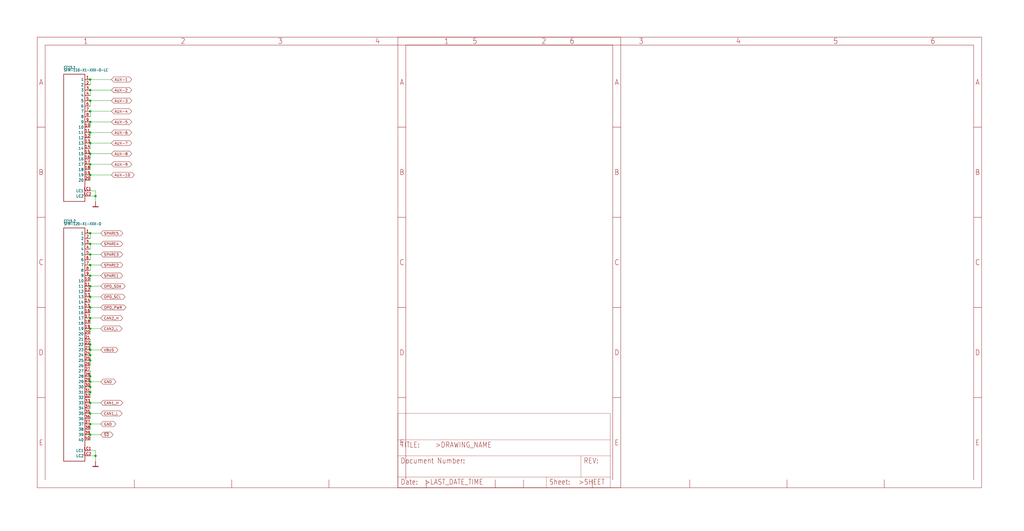
<source format=kicad_sch>
(kicad_sch (version 20211123) (generator eeschema)
  (paper "User" 490.22 254.406)
  (lib_symbols
    (symbol "oresat-backplane-2u-eagle-import:FRAME_A_L"
      (symbol "FRAME_A_L_0_0"
        (polyline (pts (xy 0 43.18) (xy 3.81 43.18)))
        (polyline (pts (xy 0 86.36) (xy 3.81 86.36)))
        (polyline (pts (xy 0 129.54) (xy 3.81 129.54)))
        (polyline (pts (xy 0 172.72) (xy 3.81 172.72)))
        (polyline (pts (xy 3.81 3.81) (xy 3.81 212.09)))
        (polyline (pts (xy 46.5667 0) (xy 46.5667 3.81)))
        (polyline (pts (xy 93.1333 0) (xy 93.1333 3.81)))
        (polyline (pts (xy 139.7 0) (xy 139.7 3.81)))
        (polyline (pts (xy 186.2667 0) (xy 186.2667 3.81)))
        (polyline (pts (xy 232.8333 0) (xy 232.8333 3.81)))
        (polyline (pts (xy 275.59 3.81) (xy 275.59 212.09)))
        (polyline (pts (xy 275.59 43.18) (xy 279.4 43.18)))
        (polyline (pts (xy 275.59 86.36) (xy 279.4 86.36)))
        (polyline (pts (xy 275.59 129.54) (xy 279.4 129.54)))
        (polyline (pts (xy 275.59 172.72) (xy 279.4 172.72)))
        (polyline (pts (xy 275.59 212.09) (xy 3.81 212.09)))
        (polyline (pts (xy 0 0) (xy 279.4 0) (xy 279.4 215.9) (xy 0 215.9) (xy 0 0)))
        (text "1" (at 23.2833 213.995 0) (effects (font (size 2.54 2.286))))
        (text "2" (at 69.85 213.995 0) (effects (font (size 2.54 2.286))))
        (text "3" (at 116.4167 213.995 0) (effects (font (size 2.54 2.286))))
        (text "4" (at 162.9833 213.995 0) (effects (font (size 2.54 2.286))))
        (text "5" (at 209.55 213.995 0) (effects (font (size 2.54 2.286))))
        (text "6" (at 256.1167 213.995 0) (effects (font (size 2.54 2.286))))
        (text "A" (at 1.905 194.31 0) (effects (font (size 2.54 2.286))))
        (text "A" (at 277.495 194.31 0) (effects (font (size 2.54 2.286))))
        (text "B" (at 1.905 151.13 0) (effects (font (size 2.54 2.286))))
        (text "B" (at 277.495 151.13 0) (effects (font (size 2.54 2.286))))
        (text "C" (at 1.905 107.95 0) (effects (font (size 2.54 2.286))))
        (text "C" (at 277.495 107.95 0) (effects (font (size 2.54 2.286))))
        (text "D" (at 1.905 64.77 0) (effects (font (size 2.54 2.286))))
        (text "D" (at 277.495 64.77 0) (effects (font (size 2.54 2.286))))
        (text "E" (at 1.905 21.59 0) (effects (font (size 2.54 2.286))))
        (text "E" (at 277.495 21.59 0) (effects (font (size 2.54 2.286))))
      )
      (symbol "FRAME_A_L_2_0"
        (polyline (pts (xy 0 0) (xy 0 5.08)) (stroke (width 0.1016)))
        (polyline (pts (xy 0 0) (xy 71.12 0)) (stroke (width 0.1016)))
        (polyline (pts (xy 0 5.08) (xy 0 15.24)) (stroke (width 0.1016)))
        (polyline (pts (xy 0 5.08) (xy 71.12 5.08)) (stroke (width 0.1016)))
        (polyline (pts (xy 0 15.24) (xy 0 22.86)) (stroke (width 0.1016)))
        (polyline (pts (xy 0 22.86) (xy 0 35.56)) (stroke (width 0.1016)))
        (polyline (pts (xy 0 22.86) (xy 101.6 22.86)) (stroke (width 0.1016)))
        (polyline (pts (xy 71.12 0) (xy 101.6 0)) (stroke (width 0.1016)))
        (polyline (pts (xy 71.12 5.08) (xy 71.12 0)) (stroke (width 0.1016)))
        (polyline (pts (xy 71.12 5.08) (xy 87.63 5.08)) (stroke (width 0.1016)))
        (polyline (pts (xy 87.63 5.08) (xy 101.6 5.08)) (stroke (width 0.1016)))
        (polyline (pts (xy 87.63 15.24) (xy 0 15.24)) (stroke (width 0.1016)))
        (polyline (pts (xy 87.63 15.24) (xy 87.63 5.08)) (stroke (width 0.1016)))
        (polyline (pts (xy 101.6 5.08) (xy 101.6 0)) (stroke (width 0.1016)))
        (polyline (pts (xy 101.6 15.24) (xy 87.63 15.24)) (stroke (width 0.1016)))
        (polyline (pts (xy 101.6 15.24) (xy 101.6 5.08)) (stroke (width 0.1016)))
        (polyline (pts (xy 101.6 22.86) (xy 101.6 15.24)) (stroke (width 0.1016)))
        (polyline (pts (xy 101.6 35.56) (xy 0 35.56)) (stroke (width 0.1016)))
        (polyline (pts (xy 101.6 35.56) (xy 101.6 22.86)) (stroke (width 0.1016)))
        (text ">DRAWING_NAME" (at 17.78 19.05 0) (effects (font (size 2.54 2.159)) (justify left bottom)))
        (text ">LAST_DATE_TIME" (at 12.7 1.27 0) (effects (font (size 2.54 2.159)) (justify left bottom)))
        (text ">SHEET" (at 86.36 1.27 0) (effects (font (size 2.54 2.159)) (justify left bottom)))
        (text "Date:" (at 1.27 1.27 0) (effects (font (size 2.54 2.159)) (justify left bottom)))
        (text "Document Number:" (at 1.27 11.43 0) (effects (font (size 2.54 2.159)) (justify left bottom)))
        (text "REV:" (at 88.9 11.43 0) (effects (font (size 2.54 2.159)) (justify left bottom)))
        (text "Sheet:" (at 72.39 1.27 0) (effects (font (size 2.54 2.159)) (justify left bottom)))
        (text "TITLE:" (at 1.27 19.05 0) (effects (font (size 2.54 2.159)) (justify left bottom)))
      )
    )
    (symbol "oresat-backplane-2u-eagle-import:GND" (power)
      (symbol "GND_1_0"
        (polyline (pts (xy -1.27 -2.54) (xy 1.27 -2.54)) (stroke (width 0.4064)))
        (pin power_in line (at 0 0 270) (length 2.54) (name "GND") (number "1"))
      )
    )
    (symbol "oresat-backplane-2u-eagle-import:SFM-110-X1-XXX-D-LC"
      (property "Reference" "CF" (at -2.54 33.02 0))
      (property "Value" "SFM-110-X1-XXX-D-LC" (at -2.54 31.75 0))
      (symbol "SFM-110-X1-XXX-D-LC_1_0"
        (polyline (pts (xy -2.54 -30.48) (xy -2.54 30.48)) (stroke (width 0.254)))
        (polyline (pts (xy -2.54 30.48) (xy 7.62 30.48)) (stroke (width 0.254)))
        (polyline (pts (xy 7.62 -30.48) (xy -2.54 -30.48)) (stroke (width 0.254)))
        (polyline (pts (xy 7.62 30.48) (xy 7.62 -30.48)) (stroke (width 0.254)))
        (pin passive line (at 10.16 27.94 180) (length 2.54) (name "1") (number "1"))
        (pin passive line (at 10.16 5.08 180) (length 2.54) (name "10") (number "10"))
        (pin passive line (at 10.16 2.54 180) (length 2.54) (name "11") (number "11"))
        (pin passive line (at 10.16 0 180) (length 2.54) (name "12") (number "12"))
        (pin passive line (at 10.16 -2.54 180) (length 2.54) (name "13") (number "13"))
        (pin passive line (at 10.16 -5.08 180) (length 2.54) (name "14") (number "14"))
        (pin passive line (at 10.16 -7.62 180) (length 2.54) (name "15") (number "15"))
        (pin passive line (at 10.16 -10.16 180) (length 2.54) (name "16") (number "16"))
        (pin passive line (at 10.16 -12.7 180) (length 2.54) (name "17") (number "17"))
        (pin passive line (at 10.16 -15.24 180) (length 2.54) (name "18") (number "18"))
        (pin passive line (at 10.16 -17.78 180) (length 2.54) (name "19") (number "19"))
        (pin passive line (at 10.16 25.4 180) (length 2.54) (name "2") (number "2"))
        (pin passive line (at 10.16 -20.32 180) (length 2.54) (name "20") (number "20"))
        (pin passive line (at 10.16 22.86 180) (length 2.54) (name "3") (number "3"))
        (pin passive line (at 10.16 20.32 180) (length 2.54) (name "4") (number "4"))
        (pin passive line (at 10.16 17.78 180) (length 2.54) (name "5") (number "5"))
        (pin passive line (at 10.16 15.24 180) (length 2.54) (name "6") (number "6"))
        (pin passive line (at 10.16 12.7 180) (length 2.54) (name "7") (number "7"))
        (pin passive line (at 10.16 10.16 180) (length 2.54) (name "8") (number "8"))
        (pin passive line (at 10.16 7.62 180) (length 2.54) (name "9") (number "9"))
        (pin passive line (at 10.16 -25.4 180) (length 2.54) (name "LC1") (number "LC1"))
        (pin passive line (at 10.16 -27.94 180) (length 2.54) (name "LC2") (number "LC2"))
      )
    )
    (symbol "oresat-backplane-2u-eagle-import:SFM-120-X1-XXX-D"
      (property "Reference" "J" (at -2.54 50.8 0))
      (property "Value" "SFM-120-X1-XXX-D" (at -2.54 49.53 0))
      (symbol "SFM-120-X1-XXX-D_1_0"
        (polyline (pts (xy -2.54 -63.5) (xy -2.54 48.26)) (stroke (width 0.254)))
        (polyline (pts (xy -2.54 48.26) (xy 7.62 48.26)) (stroke (width 0.254)))
        (polyline (pts (xy 7.62 -63.5) (xy -2.54 -63.5)) (stroke (width 0.254)))
        (polyline (pts (xy 7.62 48.26) (xy 7.62 -63.5)) (stroke (width 0.254)))
        (pin passive line (at 10.16 45.72 180) (length 2.54) (name "1") (number "1"))
        (pin passive line (at 10.16 22.86 180) (length 2.54) (name "10") (number "10"))
        (pin passive line (at 10.16 20.32 180) (length 2.54) (name "11") (number "11"))
        (pin passive line (at 10.16 17.78 180) (length 2.54) (name "12") (number "12"))
        (pin passive line (at 10.16 15.24 180) (length 2.54) (name "13") (number "13"))
        (pin passive line (at 10.16 12.7 180) (length 2.54) (name "14") (number "14"))
        (pin passive line (at 10.16 10.16 180) (length 2.54) (name "15") (number "15"))
        (pin passive line (at 10.16 7.62 180) (length 2.54) (name "16") (number "16"))
        (pin passive line (at 10.16 5.08 180) (length 2.54) (name "17") (number "17"))
        (pin passive line (at 10.16 2.54 180) (length 2.54) (name "18") (number "18"))
        (pin passive line (at 10.16 0 180) (length 2.54) (name "19") (number "19"))
        (pin passive line (at 10.16 43.18 180) (length 2.54) (name "2") (number "2"))
        (pin passive line (at 10.16 -2.54 180) (length 2.54) (name "20") (number "20"))
        (pin passive line (at 10.16 -5.08 180) (length 2.54) (name "21") (number "21"))
        (pin passive line (at 10.16 -7.62 180) (length 2.54) (name "22") (number "22"))
        (pin passive line (at 10.16 -10.16 180) (length 2.54) (name "23") (number "23"))
        (pin passive line (at 10.16 -12.7 180) (length 2.54) (name "24") (number "24"))
        (pin passive line (at 10.16 -15.24 180) (length 2.54) (name "25") (number "25"))
        (pin passive line (at 10.16 -17.78 180) (length 2.54) (name "26") (number "26"))
        (pin passive line (at 10.16 -20.32 180) (length 2.54) (name "27") (number "27"))
        (pin passive line (at 10.16 -22.86 180) (length 2.54) (name "28") (number "28"))
        (pin passive line (at 10.16 -25.4 180) (length 2.54) (name "29") (number "29"))
        (pin passive line (at 10.16 40.64 180) (length 2.54) (name "3") (number "3"))
        (pin passive line (at 10.16 -27.94 180) (length 2.54) (name "30") (number "30"))
        (pin passive line (at 10.16 -30.48 180) (length 2.54) (name "31") (number "31"))
        (pin passive line (at 10.16 -33.02 180) (length 2.54) (name "32") (number "32"))
        (pin passive line (at 10.16 -35.56 180) (length 2.54) (name "33") (number "33"))
        (pin passive line (at 10.16 -38.1 180) (length 2.54) (name "34") (number "34"))
        (pin passive line (at 10.16 -40.64 180) (length 2.54) (name "35") (number "35"))
        (pin passive line (at 10.16 -43.18 180) (length 2.54) (name "36") (number "36"))
        (pin passive line (at 10.16 -45.72 180) (length 2.54) (name "37") (number "37"))
        (pin passive line (at 10.16 -48.26 180) (length 2.54) (name "38") (number "38"))
        (pin passive line (at 10.16 -50.8 180) (length 2.54) (name "39") (number "39"))
        (pin passive line (at 10.16 38.1 180) (length 2.54) (name "4") (number "4"))
        (pin passive line (at 10.16 -53.34 180) (length 2.54) (name "40") (number "40"))
        (pin passive line (at 10.16 35.56 180) (length 2.54) (name "5") (number "5"))
        (pin passive line (at 10.16 33.02 180) (length 2.54) (name "6") (number "6"))
        (pin passive line (at 10.16 30.48 180) (length 2.54) (name "7") (number "7"))
        (pin passive line (at 10.16 27.94 180) (length 2.54) (name "8") (number "8"))
        (pin passive line (at 10.16 25.4 180) (length 2.54) (name "9") (number "9"))
        (pin passive line (at 10.16 -58.42 180) (length 2.54) (name "LC1") (number "LC1"))
        (pin passive line (at 10.16 -60.96 180) (length 2.54) (name "LC2") (number "LC2"))
      )
    )
  )
  (junction (at 43.18 180.34))
  (junction (at 43.18 193.04))
  (junction (at 45.72 218.44))
  (junction (at 43.18 127))
  (junction (at 43.18 68.58))
  (junction (at 43.18 167.64))
  (junction (at 43.18 182.88))
  (junction (at 43.18 165.1))
  (junction (at 43.18 121.92))
  (junction (at 43.18 63.5))
  (junction (at 43.18 203.2))
  (junction (at 43.18 38.1))
  (junction (at 43.18 132.08))
  (junction (at 45.72 93.98))
  (junction (at 43.18 73.66))
  (junction (at 43.18 48.26))
  (junction (at 43.18 208.28))
  (junction (at 43.18 53.34))
  (junction (at 43.18 152.4))
  (junction (at 43.18 137.16))
  (junction (at 43.18 58.42))
  (junction (at 43.18 142.24))
  (junction (at 43.18 157.48))
  (junction (at 43.18 187.96))
  (junction (at 43.18 185.42))
  (junction (at 43.18 116.84))
  (junction (at 43.18 83.82))
  (junction (at 43.18 111.76))
  (junction (at 43.18 43.18))
  (junction (at 43.18 198.12))
  (junction (at 43.18 147.32))
  (junction (at 43.18 172.72))
  (junction (at 43.18 170.18))
  (junction (at 43.18 78.74))
  (wire (pts (xy 43.18 38.1) (xy 53.34 38.1)))
  (wire (pts (xy 43.18 63.5) (xy 43.18 66.04)))
  (wire (pts (xy 48.26 157.48) (xy 43.18 157.48)))
  (wire (pts (xy 43.18 48.26) (xy 53.34 48.26)))
  (wire (pts (xy 43.18 167.64) (xy 43.18 165.1)))
  (wire (pts (xy 43.18 116.84) (xy 48.26 116.84)))
  (wire (pts (xy 45.72 218.44) (xy 45.72 220.98)))
  (wire (pts (xy 43.18 48.26) (xy 43.18 50.8)))
  (wire (pts (xy 43.18 157.48) (xy 43.18 160.02)))
  (wire (pts (xy 48.26 142.24) (xy 43.18 142.24)))
  (wire (pts (xy 45.72 96.52) (xy 45.72 93.98)))
  (wire (pts (xy 48.26 198.12) (xy 43.18 198.12)))
  (wire (pts (xy 43.18 127) (xy 43.18 129.54)))
  (wire (pts (xy 43.18 73.66) (xy 53.34 73.66)))
  (wire (pts (xy 43.18 121.92) (xy 48.26 121.92)))
  (wire (pts (xy 48.26 152.4) (xy 43.18 152.4)))
  (wire (pts (xy 43.18 132.08) (xy 43.18 134.62)))
  (wire (pts (xy 43.18 43.18) (xy 53.34 43.18)))
  (wire (pts (xy 43.18 53.34) (xy 53.34 53.34)))
  (wire (pts (xy 43.18 38.1) (xy 43.18 40.64)))
  (wire (pts (xy 48.26 208.28) (xy 43.18 208.28)))
  (wire (pts (xy 43.18 182.88) (xy 43.18 185.42)))
  (wire (pts (xy 45.72 93.98) (xy 45.72 91.44)))
  (wire (pts (xy 43.18 208.28) (xy 43.18 210.82)))
  (wire (pts (xy 43.18 170.18) (xy 43.18 172.72)))
  (wire (pts (xy 43.18 78.74) (xy 43.18 81.28)))
  (wire (pts (xy 43.18 53.34) (xy 43.18 55.88)))
  (wire (pts (xy 43.18 198.12) (xy 43.18 200.66)))
  (wire (pts (xy 43.18 187.96) (xy 43.18 190.5)))
  (wire (pts (xy 43.18 83.82) (xy 43.18 86.36)))
  (wire (pts (xy 48.26 193.04) (xy 43.18 193.04)))
  (wire (pts (xy 48.26 132.08) (xy 43.18 132.08)))
  (wire (pts (xy 43.18 182.88) (xy 43.18 180.34)))
  (wire (pts (xy 48.26 137.16) (xy 43.18 137.16)))
  (wire (pts (xy 43.18 63.5) (xy 53.34 63.5)))
  (wire (pts (xy 45.72 91.44) (xy 43.18 91.44)))
  (wire (pts (xy 43.18 121.92) (xy 43.18 124.46)))
  (wire (pts (xy 48.26 203.2) (xy 43.18 203.2)))
  (wire (pts (xy 43.18 147.32) (xy 43.18 149.86)))
  (wire (pts (xy 43.18 142.24) (xy 43.18 144.78)))
  (wire (pts (xy 43.18 111.76) (xy 48.26 111.76)))
  (wire (pts (xy 45.72 215.9) (xy 45.72 218.44)))
  (wire (pts (xy 43.18 78.74) (xy 53.34 78.74)))
  (wire (pts (xy 45.72 93.98) (xy 43.18 93.98)))
  (wire (pts (xy 48.26 167.64) (xy 43.18 167.64)))
  (wire (pts (xy 43.18 167.64) (xy 43.18 170.18)))
  (wire (pts (xy 43.18 137.16) (xy 43.18 139.7)))
  (wire (pts (xy 43.18 152.4) (xy 43.18 154.94)))
  (wire (pts (xy 48.26 147.32) (xy 43.18 147.32)))
  (wire (pts (xy 43.18 43.18) (xy 43.18 45.72)))
  (wire (pts (xy 43.18 68.58) (xy 43.18 71.12)))
  (wire (pts (xy 43.18 185.42) (xy 43.18 187.96)))
  (wire (pts (xy 48.26 127) (xy 43.18 127)))
  (wire (pts (xy 43.18 83.82) (xy 53.34 83.82)))
  (wire (pts (xy 43.18 68.58) (xy 53.34 68.58)))
  (wire (pts (xy 43.18 116.84) (xy 43.18 119.38)))
  (wire (pts (xy 43.18 73.66) (xy 43.18 76.2)))
  (wire (pts (xy 43.18 193.04) (xy 43.18 195.58)))
  (wire (pts (xy 48.26 182.88) (xy 43.18 182.88)))
  (wire (pts (xy 43.18 180.34) (xy 43.18 177.8)))
  (wire (pts (xy 43.18 203.2) (xy 43.18 205.74)))
  (wire (pts (xy 43.18 111.76) (xy 43.18 114.3)))
  (wire (pts (xy 43.18 58.42) (xy 43.18 60.96)))
  (wire (pts (xy 43.18 165.1) (xy 43.18 162.56)))
  (wire (pts (xy 43.18 58.42) (xy 53.34 58.42)))
  (wire (pts (xy 43.18 172.72) (xy 43.18 175.26)))
  (wire (pts (xy 43.18 215.9) (xy 45.72 215.9)))
  (wire (pts (xy 43.18 218.44) (xy 45.72 218.44)))
  (global_label "CAN2_L" (shape bidirectional) (at 48.26 157.48 0) (effects (font (size 1.2446 1.2446))) (property "Intersheet References" "${INTERSHEET_REFS}" (effects hide)))
  (global_label "AUX-2" (shape bidirectional) (at 53.34 43.18 0) (effects (font (size 1.2446 1.2446))) (property "Intersheet References" "${INTERSHEET_REFS}" (effects hide)))
  (global_label "SPARE2" (shape bidirectional) (at 48.26 127 0) (effects (font (size 1.2446 1.2446))) (property "Intersheet References" "${INTERSHEET_REFS}" (effects hide)))
  (global_label "OPD_SDA" (shape bidirectional) (at 48.26 137.16 0) (effects (font (size 1.2446 1.2446))) (property "Intersheet References" "${INTERSHEET_REFS}" (effects hide)))
  (global_label "OPD_SCL" (shape bidirectional) (at 48.26 142.24 0) (effects (font (size 1.2446 1.2446))) (property "Intersheet References" "${INTERSHEET_REFS}" (effects hide)))
  (global_label "CAN1_H" (shape bidirectional) (at 48.26 193.04 0) (effects (font (size 1.2446 1.2446))) (property "Intersheet References" "${INTERSHEET_REFS}" (effects hide)))
  (global_label "AUX-3" (shape bidirectional) (at 53.34 48.26 0) (effects (font (size 1.2446 1.2446))) (property "Intersheet References" "${INTERSHEET_REFS}" (effects hide)))
  (global_label "OPD_PWR" (shape bidirectional) (at 48.26 147.32 0) (effects (font (size 1.2446 1.2446))) (property "Intersheet References" "${INTERSHEET_REFS}" (effects hide)))
  (global_label "AUX-7" (shape bidirectional) (at 53.34 68.58 0) (effects (font (size 1.2446 1.2446))) (property "Intersheet References" "${INTERSHEET_REFS}" (effects hide)))
  (global_label "VBUS" (shape bidirectional) (at 48.26 167.64 0) (effects (font (size 1.2446 1.2446))) (property "Intersheet References" "${INTERSHEET_REFS}" (effects hide)))
  (global_label "AUX-9" (shape bidirectional) (at 53.34 78.74 0) (effects (font (size 1.2446 1.2446))) (property "Intersheet References" "${INTERSHEET_REFS}" (effects hide)))
  (global_label "SPARE4" (shape bidirectional) (at 48.26 116.84 0) (effects (font (size 1.2446 1.2446))) (property "Intersheet References" "${INTERSHEET_REFS}" (effects hide)))
  (global_label "GND" (shape bidirectional) (at 48.26 203.2 0) (effects (font (size 1.2446 1.2446))) (property "Intersheet References" "${INTERSHEET_REFS}" (effects hide)))
  (global_label "AUX-8" (shape bidirectional) (at 53.34 73.66 0) (effects (font (size 1.2446 1.2446))) (property "Intersheet References" "${INTERSHEET_REFS}" (effects hide)))
  (global_label "GND" (shape bidirectional) (at 48.26 182.88 0) (effects (font (size 1.2446 1.2446))) (property "Intersheet References" "${INTERSHEET_REFS}" (effects hide)))
  (global_label "SPARE5" (shape bidirectional) (at 48.26 111.76 0) (effects (font (size 1.2446 1.2446))) (property "Intersheet References" "${INTERSHEET_REFS}" (effects hide)))
  (global_label "CAN2_H" (shape bidirectional) (at 48.26 152.4 0) (effects (font (size 1.2446 1.2446))) (property "Intersheet References" "${INTERSHEET_REFS}" (effects hide)))
  (global_label "CAN1_L" (shape bidirectional) (at 48.26 198.12 0) (effects (font (size 1.2446 1.2446))) (property "Intersheet References" "${INTERSHEET_REFS}" (effects hide)))
  (global_label "AUX-10" (shape bidirectional) (at 53.34 83.82 0) (effects (font (size 1.2446 1.2446))) (property "Intersheet References" "${INTERSHEET_REFS}" (effects hide)))
  (global_label "SPARE1" (shape bidirectional) (at 48.26 132.08 0) (effects (font (size 1.2446 1.2446))) (property "Intersheet References" "${INTERSHEET_REFS}" (effects hide)))
  (global_label "AUX-5" (shape bidirectional) (at 53.34 58.42 0) (effects (font (size 1.2446 1.2446))) (property "Intersheet References" "${INTERSHEET_REFS}" (effects hide)))
  (global_label "AUX-1" (shape bidirectional) (at 53.34 38.1 0) (effects (font (size 1.2446 1.2446))) (property "Intersheet References" "${INTERSHEET_REFS}" (effects hide)))
  (global_label "~{SD}" (shape bidirectional) (at 48.26 208.28 0) (effects (font (size 1.2446 1.2446))) (property "Intersheet References" "${INTERSHEET_REFS}" (effects hide)))
  (global_label "SPARE3" (shape bidirectional) (at 48.26 121.92 0) (effects (font (size 1.2446 1.2446))) (property "Intersheet References" "${INTERSHEET_REFS}" (effects hide)))
  (global_label "AUX-6" (shape bidirectional) (at 53.34 63.5 0) (effects (font (size 1.2446 1.2446))) (property "Intersheet References" "${INTERSHEET_REFS}" (effects hide)))
  (global_label "AUX-4" (shape bidirectional) (at 53.34 53.34 0) (effects (font (size 1.2446 1.2446))) (property "Intersheet References" "${INTERSHEET_REFS}" (effects hide)))
  (symbol (lib_id "oresat-backplane-2u-eagle-import:SFM-110-X1-XXX-D-LC") (at 33.02 66.04 0) (unit 1)
    (property "Reference" "CF15.1" (at 30.48 33.02 0) (effects (font (size 1.27 1.0795)) (justify left bottom)))
    (property "Value" "SFM-110-X1-XXX-D-LC" (at 30.48 34.29 0) (effects (font (size 1.27 1.0795)) (justify left bottom)))
    (property "Footprint" "oresat-backplane-2u:SFM-110-X1-XXX-D-LC" (effects hide))
  )
  (symbol (lib_id "oresat-backplane-2u-eagle-import:GND") (at 45.72 220.98 0) (unit 1)
    (property "Reference" "#GND031" (effects hide))
    (property "Value" "GND" (effects hide))
    (property "Footprint" "oresat-backplane-2u:" (effects hide))
  )
  (symbol (lib_id "oresat-backplane-2u-eagle-import:FRAME_A_L") (at 190.5 233.68 0) (unit 2)
    (property "Reference" "#FRAME6" (effects hide))
    (property "Value" "FRAME_A_L" (effects hide))
    (property "Footprint" "oresat-backplane-2u:" (effects hide))
  )
  (symbol (lib_id "oresat-backplane-2u-eagle-import:FRAME_A_L") (at 17.78 233.68 0) (unit 1)
    (property "Reference" "#FRAME6" (effects hide))
    (property "Value" "FRAME_A_L" (effects hide))
    (property "Footprint" "oresat-backplane-2u:" (effects hide))
  )
  (symbol (lib_id "oresat-backplane-2u-eagle-import:GND") (at 45.72 96.52 0) (unit 1)
    (property "Reference" "#GND035" (effects hide))
    (property "Value" "GND" (effects hide))
    (property "Footprint" "oresat-backplane-2u:" (effects hide))
  )
  (symbol (lib_id "oresat-backplane-2u-eagle-import:SFM-120-X1-XXX-D") (at 33.02 157.48 0) (unit 1)
    (property "Reference" "CF15.2" (at 30.48 106.68 0) (effects (font (size 1.27 1.0795)) (justify left bottom)))
    (property "Value" "SFM-120-X1-XXX-D" (at 30.48 107.95 0) (effects (font (size 1.27 1.0795)) (justify left bottom)))
    (property "Footprint" "oresat-backplane-2u:SFM-120-X1-XXX-D" (effects hide))
  )
)
</source>
